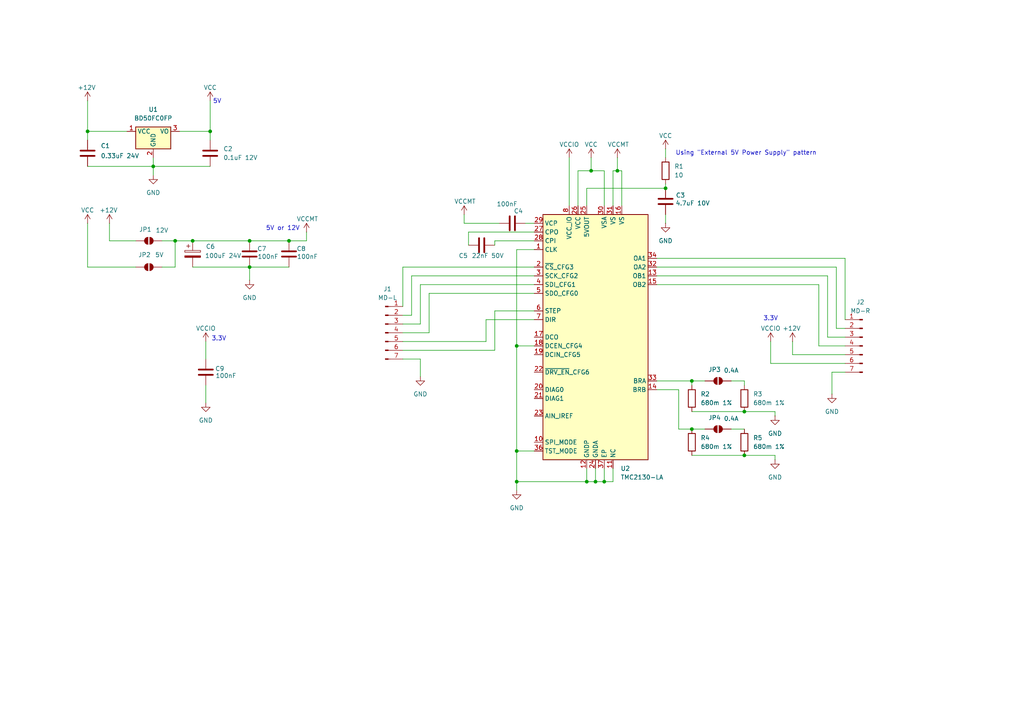
<source format=kicad_sch>
(kicad_sch (version 20231120) (generator "eeschema") (generator_version "8.0")
  (paper "A4")
  (lib_symbols
    (symbol "Connector:Conn_01x07_Pin" (pin_names (offset 1.016) hide)
      (property "Reference" "J" (at 0 10.16 0))
      (property "Value" "Conn_01x07_Pin" (at 0 -10.16 0))
      (symbol "Conn_01x07_Pin_1_1"
        (polyline (pts (xy 1.27 -7.62) (xy 0.8636 -7.62)) (stroke (width 0.1524)))
        (polyline (pts (xy 1.27 -5.08) (xy 0.8636 -5.08)) (stroke (width 0.1524)))
        (polyline (pts (xy 1.27 -2.54) (xy 0.8636 -2.54)) (stroke (width 0.1524)))
        (polyline (pts (xy 1.27 0) (xy 0.8636 0)) (stroke (width 0.1524)))
        (polyline (pts (xy 1.27 2.54) (xy 0.8636 2.54)) (stroke (width 0.1524)))
        (polyline (pts (xy 1.27 5.08) (xy 0.8636 5.08)) (stroke (width 0.1524)))
        (polyline (pts (xy 1.27 7.62) (xy 0.8636 7.62)) (stroke (width 0.1524)))
        (rectangle (start 0.8636 -7.493) (end 0 -7.747) (stroke (width 0.1524)) (fill (type outline)))
        (rectangle (start 0.8636 -4.953) (end 0 -5.207) (stroke (width 0.1524)) (fill (type outline)))
        (rectangle (start 0.8636 -2.413) (end 0 -2.667) (stroke (width 0.1524)) (fill (type outline)))
        (rectangle (start 0.8636 0.127) (end 0 -0.127) (stroke (width 0.1524)) (fill (type outline)))
        (rectangle (start 0.8636 2.667) (end 0 2.413) (stroke (width 0.1524)) (fill (type outline)))
        (rectangle (start 0.8636 5.207) (end 0 4.953) (stroke (width 0.1524)) (fill (type outline)))
        (rectangle (start 0.8636 7.747) (end 0 7.493) (stroke (width 0.1524)) (fill (type outline)))
        (pin passive line (at 5.08 7.62 180) (length 3.81) (name "Pin_1") (number "1"))
        (pin passive line (at 5.08 5.08 180) (length 3.81) (name "Pin_2") (number "2"))
        (pin passive line (at 5.08 2.54 180) (length 3.81) (name "Pin_3") (number "3"))
        (pin passive line (at 5.08 0 180) (length 3.81) (name "Pin_4") (number "4"))
        (pin passive line (at 5.08 -2.54 180) (length 3.81) (name "Pin_5") (number "5"))
        (pin passive line (at 5.08 -5.08 180) (length 3.81) (name "Pin_6") (number "6"))
        (pin passive line (at 5.08 -7.62 180) (length 3.81) (name "Pin_7") (number "7"))
      )
    )
    (symbol "Device:C" (pin_numbers hide) (pin_names (offset 0.254))
      (property "Reference" "C" (at 0.635 2.54 0))
      (property "Value" "C" (at 0.635 -2.54 0))
      (symbol "C_0_1"
        (polyline (pts (xy -2.032 -0.762) (xy 2.032 -0.762)) (stroke (width 0.508)))
        (polyline (pts (xy -2.032 0.762) (xy 2.032 0.762)) (stroke (width 0.508)))
      )
      (symbol "C_1_1"
        (pin passive line (at 0 3.81 270) (length 2.794) (name "~") (number "1"))
        (pin passive line (at 0 -3.81 90) (length 2.794) (name "~") (number "2"))
      )
    )
    (symbol "Device:C_Polarized" (pin_numbers hide) (pin_names (offset 0.254))
      (property "Reference" "C" (at 0.635 2.54 0))
      (property "Value" "C_Polarized" (at 0.635 -2.54 0))
      (symbol "C_Polarized_0_1"
        (rectangle (start -2.286 0.508) (end 2.286 1.016))
        (polyline (pts (xy -1.778 2.286) (xy -0.762 2.286)))
        (polyline (pts (xy -1.27 2.794) (xy -1.27 1.778)))
        (rectangle (start 2.286 -0.508) (end -2.286 -1.016) (fill (type outline)))
      )
      (symbol "C_Polarized_1_1"
        (pin passive line (at 0 3.81 270) (length 2.794) (name "~") (number "1"))
        (pin passive line (at 0 -3.81 90) (length 2.794) (name "~") (number "2"))
      )
    )
    (symbol "Device:R" (pin_numbers hide) (pin_names (offset 0))
      (property "Reference" "R" (at 2.032 0 90))
      (property "Value" "R" (at 0 0 90))
      (symbol "R_0_1"
        (rectangle (start -1.016 -2.54) (end 1.016 2.54) (stroke (width 0.254)))
      )
      (symbol "R_1_1"
        (pin passive line (at 0 3.81 270) (length 1.27) (name "~") (number "1"))
        (pin passive line (at 0 -3.81 90) (length 1.27) (name "~") (number "2"))
      )
    )
    (symbol "Driver_Motor:TMC2130-LA"
      (property "Reference" "U" (at -11.43 38.1 0))
      (property "Value" "TMC2130-LA" (at 17.78 38.1 0))
      (symbol "TMC2130-LA_0_1"
        (rectangle (start -15.24 35.56) (end 15.24 -35.56) (stroke (width 0.254)) (fill (type background)))
      )
      (symbol "TMC2130-LA_1_1"
        (pin input line (at -17.78 25.4 0) (length 2.54) (name "CLK") (number "1"))
        (pin input line (at -17.78 -30.48 0) (length 2.54) (name "SPI_MODE") (number "10"))
        (pin passive line (at 5.08 -38.1 90) (length 2.54) (name "NC") (number "11"))
        (pin power_in line (at -2.54 -38.1 90) (length 2.54) (name "GNDP") (number "12"))
        (pin output line (at 17.78 17.78 180) (length 2.54) (name "OB1") (number "13"))
        (pin passive line (at 17.78 -15.24 180) (length 2.54) (name "BRB") (number "14"))
        (pin output line (at 17.78 15.24 180) (length 2.54) (name "OB2") (number "15"))
        (pin power_in line (at 7.62 38.1 270) (length 2.54) (name "VS") (number "16"))
        (pin output line (at -17.78 0 0) (length 2.54) (name "DCO") (number "17"))
        (pin input line (at -17.78 -2.54 0) (length 2.54) (name "DCEN_CFG4") (number "18"))
        (pin input line (at -17.78 -5.08 0) (length 2.54) (name "DCIN_CFG5") (number "19"))
        (pin input line (at -17.78 20.32 0) (length 2.54) (name "~{CS}_CFG3") (number "2"))
        (pin output line (at -17.78 -15.24 0) (length 2.54) (name "DIAG0") (number "20"))
        (pin output line (at -17.78 -17.78 0) (length 2.54) (name "DIAG1") (number "21"))
        (pin input line (at -17.78 -10.16 0) (length 2.54) (name "~{DRV_EN}_CFG6") (number "22"))
        (pin input line (at -17.78 -22.86 0) (length 2.54) (name "AIN_IREF") (number "23"))
        (pin power_in line (at 0 -38.1 90) (length 2.54) (name "GNDA") (number "24"))
        (pin power_out line (at -2.54 38.1 270) (length 2.54) (name "5VOUT") (number "25"))
        (pin power_in line (at -5.08 38.1 270) (length 2.54) (name "VCC") (number "26"))
        (pin passive line (at -17.78 30.48 0) (length 2.54) (name "CPO") (number "27"))
        (pin passive line (at -17.78 27.94 0) (length 2.54) (name "CPI") (number "28"))
        (pin passive line (at -17.78 33.02 0) (length 2.54) (name "VCP") (number "29"))
        (pin input line (at -17.78 17.78 0) (length 2.54) (name "SCK_CFG2") (number "3"))
        (pin power_in line (at 2.54 38.1 270) (length 2.54) (name "VSA") (number "30"))
        (pin power_in line (at 5.08 38.1 270) (length 2.54) (name "VS") (number "31"))
        (pin output line (at 17.78 20.32 180) (length 2.54) (name "OA2") (number "32"))
        (pin passive line (at 17.78 -12.7 180) (length 2.54) (name "BRA") (number "33"))
        (pin output line (at 17.78 22.86 180) (length 2.54) (name "OA1") (number "34"))
        (pin passive line (at -2.54 -38.1 90) (length 2.54) hide (name "GNDP") (number "35"))
        (pin input line (at -17.78 -33.02 0) (length 2.54) (name "TST_MODE") (number "36"))
        (pin power_in line (at 2.54 -38.1 90) (length 2.54) (name "EP") (number "37"))
        (pin input line (at -17.78 15.24 0) (length 2.54) (name "SDI_CFG1") (number "4"))
        (pin bidirectional line (at -17.78 12.7 0) (length 2.54) (name "SDO_CFG0") (number "5"))
        (pin input line (at -17.78 7.62 0) (length 2.54) (name "STEP") (number "6"))
        (pin input line (at -17.78 5.08 0) (length 2.54) (name "DIR") (number "7"))
        (pin power_in line (at -7.62 38.1 270) (length 2.54) (name "VCC_IO") (number "8"))
        (pin no_connect line (at 15.24 33.02 180) (length 2.54) hide (name "DNC") (number "9"))
      )
    )
    (symbol "Jumper:SolderJumper_2_Open" (pin_numbers hide) (pin_names (offset 0) hide) (exclude_from_sim yes) (in_bom no)
      (property "Reference" "JP" (at 0 2.032 0))
      (property "Value" "SolderJumper_2_Open" (at 0 -2.54 0))
      (symbol "SolderJumper_2_Open_0_1"
        (arc (start -0.254 1.016) (mid -1.2656 0) (end -0.254 -1.016))
        (arc (start -0.254 1.016) (mid -1.2656 0) (end -0.254 -1.016) (fill (type outline)))
        (polyline (pts (xy -0.254 1.016) (xy -0.254 -1.016)))
        (polyline (pts (xy 0.254 1.016) (xy 0.254 -1.016)))
        (arc (start 0.254 -1.016) (mid 1.2656 0) (end 0.254 1.016))
        (arc (start 0.254 -1.016) (mid 1.2656 0) (end 0.254 1.016) (fill (type outline)))
      )
      (symbol "SolderJumper_2_Open_1_1"
        (pin passive line (at -3.81 0 0) (length 2.54) (name "A") (number "1"))
        (pin passive line (at 3.81 0 180) (length 2.54) (name "B") (number "2"))
      )
    )
    (symbol "Regulator_Linear:BD50FC0FP"
      (property "Reference" "U" (at 0 7.62 0))
      (property "Value" "BD50FC0FP" (at 0 5.08 0))
      (symbol "BD50FC0FP_1_1"
        (rectangle (start -5.08 -5.08) (end 5.08 1.27) (stroke (width 0.254)) (fill (type background)))
        (pin power_in line (at -7.62 0 0) (length 2.54) (name "VCC") (number "1"))
        (pin power_in line (at 0 -7.62 90) (length 2.54) (name "GND") (number "2"))
        (pin power_out line (at 7.62 0 180) (length 2.54) (name "VO") (number "3"))
      )
    )
    (symbol "power:+12V" (power) (pin_numbers hide) (pin_names (offset 0) hide)
      (property "Value" "+12V" (at 0 3.556 0))
      (symbol "+12V_0_1"
        (polyline (pts (xy -0.762 1.27) (xy 0 2.54)))
        (polyline (pts (xy 0 0) (xy 0 2.54)))
        (polyline (pts (xy 0 2.54) (xy 0.762 1.27)))
      )
      (symbol "+12V_1_1"
        (pin power_in line (at 0 0 90) (length 0) (name "~") (number "1"))
      )
    )
    (symbol "power:GND" (power) (pin_numbers hide) (pin_names (offset 0) hide)
      (property "Value" "GND" (at 0 -3.81 0))
      (symbol "GND_0_1"
        (polyline (pts (xy 0 0) (xy 0 -1.27) (xy 1.27 -1.27) (xy 0 -2.54) (xy -1.27 -1.27) (xy 0 -1.27)))
      )
      (symbol "GND_1_1"
        (pin power_in line (at 0 0 270) (length 0) (name "~") (number "1"))
      )
    )
    (symbol "power:VCC" (power) (pin_numbers hide) (pin_names (offset 0) hide)
      (property "Value" "VCC" (at 0 3.556 0))
      (symbol "VCC_0_1"
        (polyline (pts (xy -0.762 1.27) (xy 0 2.54)))
        (polyline (pts (xy 0 0) (xy 0 2.54)))
        (polyline (pts (xy 0 2.54) (xy 0.762 1.27)))
      )
      (symbol "VCC_1_1"
        (pin power_in line (at 0 0 90) (length 0) (name "~") (number "1"))
      )
    )
  )
  (junction (at 149.86 130.81))
  (junction (at 200.66 110.49))
  (junction (at 25.4 38.1))
  (junction (at 44.45 48.26))
  (junction (at 83.82 69.85))
  (junction (at 55.88 69.85))
  (junction (at 175.26 139.7))
  (junction (at 172.72 139.7))
  (junction (at 72.39 77.47))
  (junction (at 179.07 49.53))
  (junction (at 200.66 124.46))
  (junction (at 60.96 38.1))
  (junction (at 50.8 69.85))
  (junction (at 149.86 100.33))
  (junction (at 170.18 139.7))
  (junction (at 215.9 119.38))
  (junction (at 72.39 69.85))
  (junction (at 171.45 49.53))
  (junction (at 215.9 132.08))
  (junction (at 193.04 54.61))
  (junction (at 149.86 139.7))
  (wire (pts (xy 215.9 132.08) (xy 224.79 132.08)))
  (wire (pts (xy 60.96 38.1) (xy 60.96 40.64)))
  (wire (pts (xy 196.85 113.03) (xy 196.85 124.46)))
  (wire (pts (xy 245.11 107.95) (xy 241.3 107.95)))
  (wire (pts (xy 175.26 135.89) (xy 175.26 139.7)))
  (wire (pts (xy 59.69 111.76) (xy 59.69 116.84)))
  (wire (pts (xy 190.5 82.55) (xy 237.49 82.55)))
  (wire (pts (xy 121.92 93.98) (xy 116.84 93.98)))
  (wire (pts (xy 52.07 38.1) (xy 60.96 38.1)))
  (wire (pts (xy 149.86 100.33) (xy 149.86 130.81)))
  (wire (pts (xy 237.49 100.33) (xy 237.49 82.55)))
  (wire (pts (xy 140.97 92.71) (xy 140.97 99.06)))
  (wire (pts (xy 44.45 48.26) (xy 44.45 50.8)))
  (wire (pts (xy 121.92 82.55) (xy 121.92 93.98)))
  (wire (pts (xy 143.51 69.85) (xy 143.51 71.12)))
  (wire (pts (xy 240.03 80.01) (xy 240.03 97.79)))
  (wire (pts (xy 60.96 29.21) (xy 60.96 38.1)))
  (wire (pts (xy 170.18 139.7) (xy 149.86 139.7)))
  (wire (pts (xy 124.46 85.09) (xy 154.94 85.09)))
  (wire (pts (xy 190.5 77.47) (xy 242.57 77.47)))
  (wire (pts (xy 223.52 105.41) (xy 223.52 99.06)))
  (wire (pts (xy 193.04 43.18) (xy 193.04 45.72)))
  (wire (pts (xy 31.75 69.85) (xy 31.75 64.77)))
  (wire (pts (xy 50.8 69.85) (xy 55.88 69.85)))
  (wire (pts (xy 25.4 38.1) (xy 36.83 38.1)))
  (wire (pts (xy 140.97 99.06) (xy 116.84 99.06)))
  (wire (pts (xy 165.1 45.72) (xy 165.1 59.69)))
  (wire (pts (xy 116.84 77.47) (xy 154.94 77.47)))
  (wire (pts (xy 152.4 64.77) (xy 154.94 64.77)))
  (wire (pts (xy 177.8 59.69) (xy 177.8 49.53)))
  (wire (pts (xy 149.86 130.81) (xy 154.94 130.81)))
  (wire (pts (xy 200.66 124.46) (xy 204.47 124.46)))
  (wire (pts (xy 88.9 69.85) (xy 88.9 67.31)))
  (wire (pts (xy 245.11 105.41) (xy 223.52 105.41)))
  (wire (pts (xy 171.45 45.72) (xy 171.45 49.53)))
  (wire (pts (xy 200.66 110.49) (xy 204.47 110.49)))
  (wire (pts (xy 154.94 100.33) (xy 149.86 100.33)))
  (wire (pts (xy 25.4 38.1) (xy 25.4 40.64)))
  (wire (pts (xy 25.4 29.21) (xy 25.4 38.1)))
  (wire (pts (xy 177.8 135.89) (xy 177.8 139.7)))
  (wire (pts (xy 224.79 133.35) (xy 224.79 132.08)))
  (wire (pts (xy 179.07 45.72) (xy 179.07 49.53)))
  (wire (pts (xy 55.88 77.47) (xy 72.39 77.47)))
  (wire (pts (xy 170.18 54.61) (xy 170.18 59.69)))
  (wire (pts (xy 116.84 101.6) (xy 143.51 101.6)))
  (wire (pts (xy 119.38 91.44) (xy 116.84 91.44)))
  (wire (pts (xy 154.94 72.39) (xy 149.86 72.39)))
  (wire (pts (xy 154.94 69.85) (xy 143.51 69.85)))
  (wire (pts (xy 72.39 69.85) (xy 83.82 69.85)))
  (wire (pts (xy 25.4 77.47) (xy 39.37 77.47)))
  (wire (pts (xy 245.11 102.87) (xy 229.87 102.87)))
  (wire (pts (xy 72.39 77.47) (xy 83.82 77.47)))
  (wire (pts (xy 44.45 45.72) (xy 44.45 48.26)))
  (wire (pts (xy 143.51 90.17) (xy 154.94 90.17)))
  (wire (pts (xy 175.26 49.53) (xy 175.26 59.69)))
  (wire (pts (xy 242.57 95.25) (xy 245.11 95.25)))
  (wire (pts (xy 245.11 100.33) (xy 237.49 100.33)))
  (wire (pts (xy 124.46 96.52) (xy 124.46 85.09)))
  (wire (pts (xy 196.85 124.46) (xy 200.66 124.46)))
  (wire (pts (xy 149.86 139.7) (xy 149.86 142.24)))
  (wire (pts (xy 177.8 49.53) (xy 179.07 49.53)))
  (wire (pts (xy 241.3 107.95) (xy 241.3 114.3)))
  (wire (pts (xy 116.84 96.52) (xy 124.46 96.52)))
  (wire (pts (xy 200.66 132.08) (xy 215.9 132.08)))
  (wire (pts (xy 172.72 135.89) (xy 172.72 139.7)))
  (wire (pts (xy 134.62 62.23) (xy 134.62 64.77)))
  (wire (pts (xy 149.86 72.39) (xy 149.86 100.33)))
  (wire (pts (xy 171.45 49.53) (xy 167.64 49.53)))
  (wire (pts (xy 240.03 97.79) (xy 245.11 97.79)))
  (wire (pts (xy 167.64 49.53) (xy 167.64 59.69)))
  (wire (pts (xy 44.45 48.26) (xy 60.96 48.26)))
  (wire (pts (xy 245.11 92.71) (xy 245.11 74.93)))
  (wire (pts (xy 190.5 74.93) (xy 245.11 74.93)))
  (wire (pts (xy 190.5 80.01) (xy 240.03 80.01)))
  (wire (pts (xy 135.89 67.31) (xy 154.94 67.31)))
  (wire (pts (xy 180.34 49.53) (xy 179.07 49.53)))
  (wire (pts (xy 172.72 139.7) (xy 170.18 139.7)))
  (wire (pts (xy 193.04 53.34) (xy 193.04 54.61)))
  (wire (pts (xy 83.82 69.85) (xy 88.9 69.85)))
  (wire (pts (xy 229.87 102.87) (xy 229.87 99.06)))
  (wire (pts (xy 224.79 120.65) (xy 224.79 119.38)))
  (wire (pts (xy 190.5 113.03) (xy 196.85 113.03)))
  (wire (pts (xy 50.8 77.47) (xy 50.8 69.85)))
  (wire (pts (xy 119.38 80.01) (xy 119.38 91.44)))
  (wire (pts (xy 200.66 111.76) (xy 200.66 110.49)))
  (wire (pts (xy 193.04 62.23) (xy 193.04 64.77)))
  (wire (pts (xy 134.62 64.77) (xy 144.78 64.77)))
  (wire (pts (xy 46.99 69.85) (xy 50.8 69.85)))
  (wire (pts (xy 116.84 104.14) (xy 121.92 104.14)))
  (wire (pts (xy 200.66 110.49) (xy 190.5 110.49)))
  (wire (pts (xy 215.9 119.38) (xy 224.79 119.38)))
  (wire (pts (xy 154.94 80.01) (xy 119.38 80.01)))
  (wire (pts (xy 116.84 88.9) (xy 116.84 77.47)))
  (wire (pts (xy 212.09 124.46) (xy 215.9 124.46)))
  (wire (pts (xy 180.34 49.53) (xy 180.34 59.69)))
  (wire (pts (xy 200.66 119.38) (xy 215.9 119.38)))
  (wire (pts (xy 39.37 69.85) (xy 31.75 69.85)))
  (wire (pts (xy 154.94 82.55) (xy 121.92 82.55)))
  (wire (pts (xy 149.86 130.81) (xy 149.86 139.7)))
  (wire (pts (xy 177.8 139.7) (xy 175.26 139.7)))
  (wire (pts (xy 135.89 67.31) (xy 135.89 71.12)))
  (wire (pts (xy 171.45 49.53) (xy 175.26 49.53)))
  (wire (pts (xy 46.99 77.47) (xy 50.8 77.47)))
  (wire (pts (xy 121.92 104.14) (xy 121.92 109.22)))
  (wire (pts (xy 59.69 99.06) (xy 59.69 104.14)))
  (wire (pts (xy 170.18 54.61) (xy 193.04 54.61)))
  (wire (pts (xy 212.09 110.49) (xy 215.9 110.49)))
  (wire (pts (xy 242.57 77.47) (xy 242.57 95.25)))
  (wire (pts (xy 154.94 92.71) (xy 140.97 92.71)))
  (wire (pts (xy 175.26 139.7) (xy 172.72 139.7)))
  (wire (pts (xy 25.4 64.77) (xy 25.4 77.47)))
  (wire (pts (xy 55.88 69.85) (xy 72.39 69.85)))
  (wire (pts (xy 25.4 48.26) (xy 44.45 48.26)))
  (wire (pts (xy 72.39 77.47) (xy 72.39 81.28)))
  (wire (pts (xy 215.9 110.49) (xy 215.9 111.76)))
  (wire (pts (xy 143.51 101.6) (xy 143.51 90.17)))
  (wire (pts (xy 170.18 135.89) (xy 170.18 139.7)))
  (text "5V or 12V" (exclude_from_sim yes) (at 82.042 66.294 0) (effects (font (size 1.27 1.27))))
  (text "Using \"External 5V Power Supply\" pattern" (at 216.408 44.45 0) (effects (font (size 1.27 1.27))))
  (text "3.3V" (at 63.5 98.298 0) (effects (font (size 1.27 1.27))))
  (text "5V" (exclude_from_sim yes) (at 62.992 29.464 0) (effects (font (size 1.27 1.27))))
  (text "3.3V" (at 223.52 92.456 0) (effects (font (size 1.27 1.27))))
  (symbol (lib_id "Driver_Motor:TMC2130-LA") (at 172.72 97.79 0) (unit 1)
    (property "Reference" "U2" (at 179.9941 135.89 0) (effects (justify left)))
    (property "Value" "TMC2130-LA" (at 179.9941 138.43 0) (effects (justify left)))
    (property "Footprint" "Package_DFN_QFN:QFN-36-1EP_5x6mm_P0.5mm_EP3.6x4.1mm" (effects (hide yes)))
    (property "Datasheet" "http://www.trinamic.com/fileadmin/assets/Products/ICs_Documents/TMC2130_datasheet.pdf" (effects (hide yes)))
    (property "Description" "Driver for two-phase bipolar stepper motor, 2.0A, SPI, 4.75-46V, QFN-36" (effects (hide yes)))
    (property "LCSC" "C915795" (effects (hide yes)))
  )
  (symbol (lib_id "Device:C") (at 83.82 73.66 180) (unit 1)
    (property "Reference" "C8" (at 87.376 72.136 0))
    (property "Value" "100nF" (at 89.154 74.422 0))
    (property "Footprint" "Capacitor_SMD:C_0603_1608Metric" (effects (hide yes)))
    (property "Description" "Unpolarized capacitor for VCC" (effects (hide yes)))
  )
  (symbol (lib_id "power:GND") (at 149.86 142.24 0) (unit 1)
    (property "Reference" "#PWR022" (effects (hide yes)))
    (property "Value" "GND" (at 149.86 147.32 0))
    (property "Description" "Power symbol creates a global label with name \"GND\" , ground" (effects (hide yes)))
  )
  (symbol (lib_id "power:VCC") (at 179.07 45.72 0) (unit 1)
    (property "Reference" "#PWR06" (effects (hide yes)))
    (property "Value" "VCCMT" (at 179.324 41.91 0))
    (property "Description" "Power symbol creates a global label with name \"VCC\"" (effects (hide yes)))
  )
  (symbol (lib_id "Device:R") (at 193.04 49.53 180) (unit 1)
    (property "Reference" "R1" (at 195.58 48.2599 0) (effects (justify right)))
    (property "Value" "10" (at 195.58 50.7999 0) (effects (justify right)))
    (property "Footprint" "Resistor_SMD:R_0603_1608Metric" (effects (hide yes)))
    (property "Description" "Resistor" (effects (hide yes)))
  )
  (symbol (lib_id "Device:R") (at 200.66 128.27 180) (unit 1)
    (property "Reference" "R4" (at 203.2 126.9999 0) (effects (justify right)))
    (property "Value" "680m 1%" (at 203.2 129.5399 0) (effects (justify right)))
    (property "Footprint" "Resistor_SMD:R_0603_1608Metric" (effects (hide yes)))
    (property "Description" "Resistor" (effects (hide yes)))
  )
  (symbol (lib_id "Jumper:SolderJumper_2_Open") (at 208.28 110.49 0) (unit 1) (exclude_from_sim yes) (in_bom no)
    (property "Reference" "JP3" (at 207.264 107.188 0))
    (property "Value" "0.4A" (at 212.09 107.442 0))
    (property "Footprint" "Jumper:SolderJumper-2_P1.3mm_Open_RoundedPad1.0x1.5mm" (effects (hide yes)))
    (property "Description" "Solder Jumper, 2-pole, open" (effects (hide yes)))
  )
  (symbol (lib_id "power:GND") (at 241.3 114.3 0) (unit 1)
    (property "Reference" "#PWR018" (effects (hide yes)))
    (property "Value" "GND" (at 241.3 119.38 0))
    (property "Description" "Power symbol creates a global label with name \"GND\" , ground" (effects (hide yes)))
  )
  (symbol (lib_id "Connector:Conn_01x07_Pin") (at 250.19 100.33 0) (mirror y) (unit 1)
    (property "Reference" "J2" (at 249.555 87.63 0))
    (property "Value" "MD-R" (at 249.555 90.17 0))
    (property "Footprint" "Connector_PinHeader_2.54mm:PinHeader_1x07_P2.54mm_Vertical" (effects (hide yes)))
    (property "Description" "Generic connector, single row, 01x07, script generated" (effects (hide yes)))
  )
  (symbol (lib_id "power:VCC") (at 223.52 99.06 0) (unit 1)
    (property "Reference" "#PWR015" (effects (hide yes)))
    (property "Value" "VCCIO" (at 223.52 95.25 0))
    (property "Description" "Power symbol creates a global label with name \"VCC\"" (effects (hide yes)))
  )
  (symbol (lib_id "Device:C") (at 72.39 73.66 180) (unit 1)
    (property "Reference" "C7" (at 75.946 72.136 0))
    (property "Value" "100nF" (at 77.724 74.422 0))
    (property "Footprint" "Capacitor_SMD:C_0603_1608Metric" (effects (hide yes)))
    (property "Description" "Unpolarized capacitor for VCC" (effects (hide yes)))
  )
  (symbol (lib_id "Device:C") (at 139.7 71.12 270) (unit 1)
    (property "Reference" "C5" (at 134.366 74.168 90))
    (property "Value" "22nF 50V" (at 141.478 74.168 90))
    (property "Footprint" "Capacitor_SMD:C_0603_1608Metric" (effects (hide yes)))
    (property "Description" "Unpolarized capacitor" (effects (hide yes)))
  )
  (symbol (lib_id "power:VCC") (at 60.96 29.21 0) (unit 1)
    (property "Reference" "#PWR02" (effects (hide yes)))
    (property "Value" "VCC" (at 60.96 25.4 0))
    (property "Description" "Power symbol creates a global label with name \"VCC\"" (effects (hide yes)))
  )
  (symbol (lib_id "power:VCC") (at 59.69 99.06 0) (unit 1)
    (property "Reference" "#PWR014" (effects (hide yes)))
    (property "Value" "VCCIO" (at 59.69 95.25 0))
    (property "Description" "Power symbol creates a global label with name \"VCC\"" (effects (hide yes)))
  )
  (symbol (lib_id "power:GND") (at 121.92 109.22 0) (unit 1)
    (property "Reference" "#PWR017" (effects (hide yes)))
    (property "Value" "GND" (at 121.92 114.3 0))
    (property "Description" "Power symbol creates a global label with name \"GND\" , ground" (effects (hide yes)))
  )
  (symbol (lib_id "power:GND") (at 224.79 120.65 0) (unit 1)
    (property "Reference" "#PWR020" (effects (hide yes)))
    (property "Value" "GND" (at 224.79 125.73 0))
    (property "Description" "Power symbol creates a global label with name \"GND\" , ground" (effects (hide yes)))
  )
  (symbol (lib_id "Connector:Conn_01x07_Pin") (at 111.76 96.52 0) (unit 1)
    (property "Reference" "J1" (at 112.395 83.82 0))
    (property "Value" "MD-L" (at 112.395 86.36 0))
    (property "Footprint" "Connector_PinHeader_2.54mm:PinHeader_1x07_P2.54mm_Vertical" (effects (hide yes)))
    (property "Description" "Generic connector, single row, 01x07, script generated" (effects (hide yes)))
  )
  (symbol (lib_id "Device:R") (at 215.9 115.57 180) (unit 1)
    (property "Reference" "R3" (at 218.44 114.2999 0) (effects (justify right)))
    (property "Value" "680m 1%" (at 218.44 116.8399 0) (effects (justify right)))
    (property "Footprint" "Resistor_SMD:R_0603_1608Metric" (effects (hide yes)))
    (property "Description" "Resistor" (effects (hide yes)))
  )
  (symbol (lib_id "power:VCC") (at 134.62 62.23 0) (unit 1)
    (property "Reference" "#PWR08" (effects (hide yes)))
    (property "Value" "VCCMT" (at 134.874 58.42 0))
    (property "Description" "Power symbol creates a global label with name \"VCC\"" (effects (hide yes)))
  )
  (symbol (lib_id "power:GND") (at 44.45 50.8 0) (unit 1)
    (property "Reference" "#PWR07" (effects (hide yes)))
    (property "Value" "GND" (at 44.45 55.88 0))
    (property "Description" "Power symbol creates a global label with name \"GND\" , ground" (effects (hide yes)))
  )
  (symbol (lib_id "Device:R") (at 200.66 115.57 180) (unit 1)
    (property "Reference" "R2" (at 203.2 114.2999 0) (effects (justify right)))
    (property "Value" "680m 1%" (at 203.2 116.8399 0) (effects (justify right)))
    (property "Footprint" "Resistor_SMD:R_0603_1608Metric" (effects (hide yes)))
    (property "Description" "Resistor" (effects (hide yes)))
  )
  (symbol (lib_id "Device:C_Polarized") (at 55.88 73.66 0) (unit 1)
    (property "Reference" "C6" (at 59.69 71.5009 0) (effects (justify left)))
    (property "Value" "100uF 24V" (at 59.436 74.168 0) (effects (justify left)))
    (property "Footprint" "Capacitor_THT:CP_Radial_D8.0mm_P3.50mm" (effects (hide yes)))
    (property "Description" "Polarized capacitor" (effects (hide yes)))
  )
  (symbol (lib_id "power:GND") (at 193.04 64.77 0) (unit 1)
    (property "Reference" "#PWR011" (effects (hide yes)))
    (property "Value" "GND" (at 193.04 69.85 0))
    (property "Description" "Power symbol creates a global label with name \"GND\" , ground" (effects (hide yes)))
  )
  (symbol (lib_id "power:VCC") (at 25.4 64.77 0) (unit 1)
    (property "Reference" "#PWR09" (effects (hide yes)))
    (property "Value" "VCC" (at 25.4 60.96 0))
    (property "Description" "Power symbol creates a global label with name \"VCC\"" (effects (hide yes)))
  )
  (symbol (lib_id "Device:C") (at 193.04 58.42 180) (unit 1)
    (property "Reference" "C3" (at 197.358 56.642 0))
    (property "Value" "4.7uF 10V" (at 200.914 58.928 0))
    (property "Footprint" "Capacitor_SMD:C_0603_1608Metric" (effects (hide yes)))
    (property "Description" "Unpolarized capacitor" (effects (hide yes)))
  )
  (symbol (lib_id "power:+12V") (at 25.4 29.21 0) (unit 1)
    (property "Reference" "#PWR01" (effects (hide yes)))
    (property "Value" "+12V" (at 25.146 25.4 0))
    (property "Description" "Power symbol creates a global label with name \"+12V\"" (effects (hide yes)))
  )
  (symbol (lib_id "power:+12V") (at 31.75 64.77 0) (unit 1)
    (property "Reference" "#PWR010" (effects (hide yes)))
    (property "Value" "+12V" (at 31.496 60.96 0))
    (property "Description" "Power symbol creates a global label with name \"+12V\"" (effects (hide yes)))
  )
  (symbol (lib_id "power:GND") (at 224.79 133.35 0) (unit 1)
    (property "Reference" "#PWR021" (effects (hide yes)))
    (property "Value" "GND" (at 224.79 138.43 0))
    (property "Description" "Power symbol creates a global label with name \"GND\" , ground" (effects (hide yes)))
  )
  (symbol (lib_id "power:VCC") (at 165.1 45.72 0) (unit 1)
    (property "Reference" "#PWR04" (effects (hide yes)))
    (property "Value" "VCCIO" (at 165.1 41.91 0))
    (property "Description" "Power symbol creates a global label with name \"VCC\"" (effects (hide yes)))
  )
  (symbol (lib_id "Regulator_Linear:BD50FC0FP") (at 44.45 38.1 0) (unit 1)
    (property "Reference" "U1" (at 44.45 31.75 0))
    (property "Value" "BD50FC0FP" (at 44.45 34.29 0))
    (property "Footprint" "Package_TO_SOT_SMD:TO-252-2" (effects (hide yes)))
    (property "Datasheet" "https://fscdn.rohm.com/en/products/databook/datasheet/ic/power/linear_regulator/bdxxfc0wefj-e.pdf" (effects (hide yes)))
    (property "Description" "1A, 5.0V LDO regulator with OVP & TSP, without enable, TO-252" (effects (hide yes)))
  )
  (symbol (lib_id "Device:C") (at 59.69 107.95 180) (unit 1)
    (property "Reference" "C9" (at 63.754 106.934 0))
    (property "Value" "100nF" (at 65.532 108.966 0))
    (property "Footprint" "Capacitor_SMD:C_0603_1608Metric" (effects (hide yes)))
    (property "Description" "Unpolarized capacitor for VCC_IO" (effects (hide yes)))
  )
  (symbol (lib_id "power:+12V") (at 229.87 99.06 0) (unit 1)
    (property "Reference" "#PWR016" (effects (hide yes)))
    (property "Value" "+12V" (at 229.616 95.25 0))
    (property "Description" "Power symbol creates a global label with name \"+12V\"" (effects (hide yes)))
  )
  (symbol (lib_id "power:VCC") (at 193.04 43.18 0) (unit 1)
    (property "Reference" "#PWR03" (effects (hide yes)))
    (property "Value" "VCC" (at 193.04 39.37 0))
    (property "Description" "Power symbol creates a global label with name \"VCC\"" (effects (hide yes)))
  )
  (symbol (lib_id "power:VCC") (at 171.45 45.72 0) (unit 1)
    (property "Reference" "#PWR05" (effects (hide yes)))
    (property "Value" "VCC" (at 171.45 41.91 0))
    (property "Description" "Power symbol creates a global label with name \"VCC\"" (effects (hide yes)))
  )
  (symbol (lib_id "Jumper:SolderJumper_2_Open") (at 43.18 69.85 0) (unit 1) (exclude_from_sim yes) (in_bom no)
    (property "Reference" "JP1" (at 42.164 66.548 0))
    (property "Value" "12V" (at 46.99 66.802 0))
    (property "Footprint" "Jumper:SolderJumper-2_P1.3mm_Open_RoundedPad1.0x1.5mm" (effects (hide yes)))
    (property "Description" "Solder Jumper, 2-pole, open" (effects (hide yes)))
  )
  (symbol (lib_id "Device:C") (at 60.96 44.45 0) (unit 1)
    (property "Reference" "C2" (at 64.77 43.1799 0) (effects (justify left)))
    (property "Value" "0.1uF 12V" (at 64.77 45.7199 0) (effects (justify left)))
    (property "Footprint" "Capacitor_SMD:C_0603_1608Metric" (effects (hide yes)))
    (property "Description" "Unpolarized capacitor" (effects (hide yes)))
  )
  (symbol (lib_id "Device:C") (at 148.59 64.77 270) (unit 1)
    (property "Reference" "C4" (at 150.368 61.214 90))
    (property "Value" "100nF" (at 147.066 59.182 90))
    (property "Footprint" "Capacitor_SMD:C_0603_1608Metric" (effects (hide yes)))
    (property "Description" "Unpolarized capacitor" (effects (hide yes)))
  )
  (symbol (lib_id "power:VCC") (at 88.9 67.31 0) (unit 1)
    (property "Reference" "#PWR012" (effects (hide yes)))
    (property "Value" "VCCMT" (at 89.154 63.5 0))
    (property "Description" "Power symbol creates a global label with name \"VCC\"" (effects (hide yes)))
  )
  (symbol (lib_id "power:GND") (at 59.69 116.84 0) (unit 1)
    (property "Reference" "#PWR019" (effects (hide yes)))
    (property "Value" "GND" (at 59.69 121.92 0))
    (property "Description" "Power symbol creates a global label with name \"GND\" , ground" (effects (hide yes)))
  )
  (symbol (lib_id "Jumper:SolderJumper_2_Open") (at 208.28 124.46 0) (unit 1) (exclude_from_sim yes) (in_bom no)
    (property "Reference" "JP4" (at 207.264 121.158 0))
    (property "Value" "0.4A" (at 212.09 121.412 0))
    (property "Footprint" "Jumper:SolderJumper-2_P1.3mm_Open_RoundedPad1.0x1.5mm" (effects (hide yes)))
    (property "Description" "Solder Jumper, 2-pole, open" (effects (hide yes)))
  )
  (symbol (lib_id "Device:R") (at 215.9 128.27 180) (unit 1)
    (property "Reference" "R5" (at 218.44 126.9999 0) (effects (justify right)))
    (property "Value" "680m 1%" (at 218.44 129.5399 0) (effects (justify right)))
    (property "Footprint" "Resistor_SMD:R_0603_1608Metric" (effects (hide yes)))
    (property "Description" "Resistor" (effects (hide yes)))
  )
  (symbol (lib_id "Jumper:SolderJumper_2_Open") (at 43.18 77.47 180) (unit 1) (exclude_from_sim yes) (in_bom no)
    (property "Reference" "JP2" (at 41.91 73.914 0))
    (property "Value" "5V" (at 46.228 73.914 0))
    (property "Footprint" "Jumper:SolderJumper-2_P1.3mm_Open_RoundedPad1.0x1.5mm" (effects (hide yes)))
    (property "Description" "Solder Jumper, 2-pole, open" (effects (hide yes)))
  )
  (symbol (lib_id "Device:C") (at 25.4 44.45 0) (unit 1)
    (property "Reference" "C1" (at 29.21 42.2909 0) (effects (justify left)))
    (property "Value" "0.33uF 24V" (at 29.21 45.212 0) (effects (justify left)))
    (property "Footprint" "Capacitor_SMD:C_0603_1608Metric" (effects (hide yes)))
    (property "Description" "Unpolarized capacitor" (effects (hide yes)))
  )
  (symbol (lib_id "power:GND") (at 72.39 81.28 0) (unit 1)
    (property "Reference" "#PWR013" (effects (hide yes)))
    (property "Value" "GND" (at 72.39 86.36 0))
    (property "Description" "Power symbol creates a global label with name \"GND\" , ground" (effects (hide yes)))
  )
)
</source>
